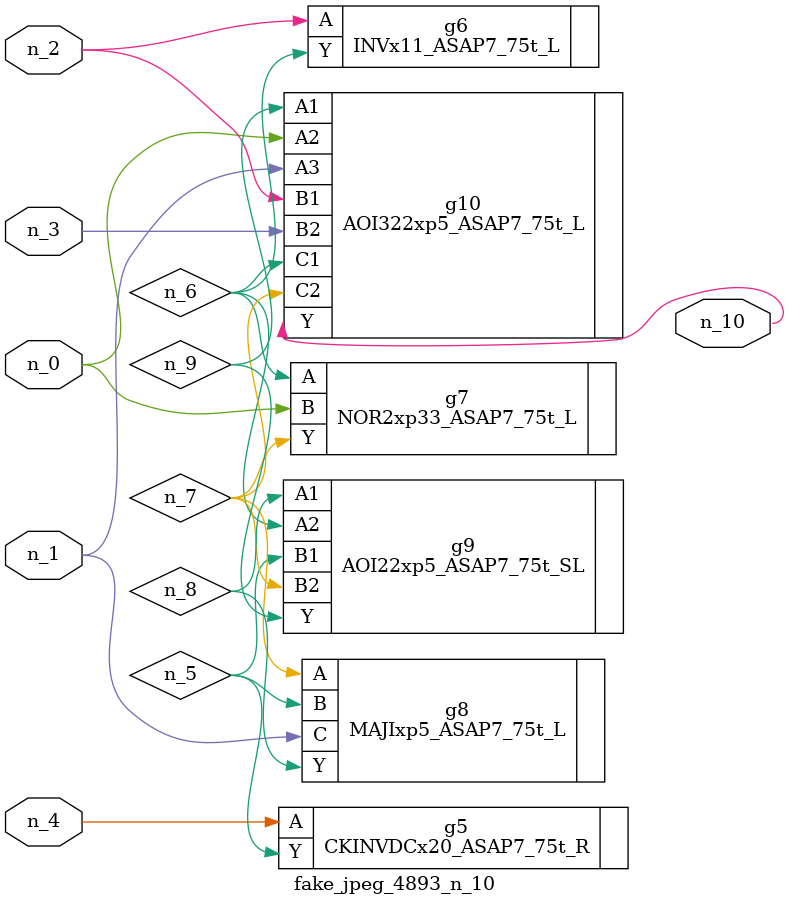
<source format=v>
module fake_jpeg_4893_n_10 (n_3, n_2, n_1, n_0, n_4, n_10);

input n_3;
input n_2;
input n_1;
input n_0;
input n_4;

output n_10;

wire n_8;
wire n_9;
wire n_6;
wire n_5;
wire n_7;

CKINVDCx20_ASAP7_75t_R g5 ( 
.A(n_4),
.Y(n_5)
);

INVx11_ASAP7_75t_L g6 ( 
.A(n_2),
.Y(n_6)
);

NOR2xp33_ASAP7_75t_L g7 ( 
.A(n_6),
.B(n_0),
.Y(n_7)
);

MAJIxp5_ASAP7_75t_L g8 ( 
.A(n_7),
.B(n_5),
.C(n_1),
.Y(n_8)
);

AOI22xp5_ASAP7_75t_SL g9 ( 
.A1(n_8),
.A2(n_6),
.B1(n_5),
.B2(n_7),
.Y(n_9)
);

AOI322xp5_ASAP7_75t_L g10 ( 
.A1(n_9),
.A2(n_0),
.A3(n_1),
.B1(n_2),
.B2(n_3),
.C1(n_6),
.C2(n_7),
.Y(n_10)
);


endmodule
</source>
